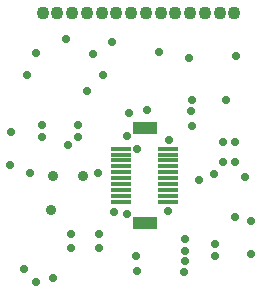
<source format=gbr>
%TF.GenerationSoftware,Altium Limited,Altium Designer,21.6.4 (81)*%
G04 Layer_Color=16711935*
%FSLAX43Y43*%
%MOMM*%
%TF.SameCoordinates,237B7D82-E972-44EC-B40D-EB97757C63C7*%
%TF.FilePolarity,Negative*%
%TF.FileFunction,Soldermask,Bot*%
%TF.Part,Single*%
G01*
G75*
%TA.AperFunction,SMDPad,CuDef*%
%ADD36R,1.700X0.400*%
%ADD37R,2.003X1.003*%
%TA.AperFunction,ComponentPad*%
%ADD38C,1.103*%
%ADD39C,0.703*%
%TA.AperFunction,ViaPad*%
%ADD40C,0.703*%
%ADD41C,0.903*%
D36*
X1975Y2225D02*
D03*
Y-2275D02*
D03*
Y-1775D02*
D03*
Y-1275D02*
D03*
Y-775D02*
D03*
Y-275D02*
D03*
Y225D02*
D03*
Y725D02*
D03*
Y1225D02*
D03*
Y1725D02*
D03*
X-2025Y-2275D02*
D03*
Y-1775D02*
D03*
Y-1275D02*
D03*
Y-775D02*
D03*
Y-275D02*
D03*
Y225D02*
D03*
Y725D02*
D03*
Y1225D02*
D03*
Y1725D02*
D03*
Y2225D02*
D03*
D37*
X-25Y-4025D02*
D03*
Y3975D02*
D03*
D38*
X-8675Y13700D02*
D03*
X-7425D02*
D03*
X-6175D02*
D03*
X-4925D02*
D03*
X-3675D02*
D03*
X-2425D02*
D03*
X-1175D02*
D03*
X75D02*
D03*
X1325D02*
D03*
X2575D02*
D03*
X3825D02*
D03*
X5075D02*
D03*
X6325D02*
D03*
X7575D02*
D03*
D39*
X-1525Y3275D02*
D03*
Y-3325D02*
D03*
D40*
X-2650Y-3100D02*
D03*
X-9700Y125D02*
D03*
X-6500Y2500D02*
D03*
X-11375Y3625D02*
D03*
X3950Y4150D02*
D03*
X-2825Y11250D02*
D03*
X-4900Y7150D02*
D03*
X-4400Y10250D02*
D03*
X-6650Y11500D02*
D03*
X-10250Y-8000D02*
D03*
X7675Y10050D02*
D03*
X8500Y-175D02*
D03*
X7600Y1100D02*
D03*
X6575D02*
D03*
X7625Y-3600D02*
D03*
X3925Y5400D02*
D03*
X-9225Y-9050D02*
D03*
X3325Y-8250D02*
D03*
X2025Y3000D02*
D03*
X-650Y2225D02*
D03*
X-3950Y125D02*
D03*
X4550Y-400D02*
D03*
X-3600Y8450D02*
D03*
X1925Y-3025D02*
D03*
X-10025Y8475D02*
D03*
X-1350Y5250D02*
D03*
X150Y5500D02*
D03*
X-9250Y10325D02*
D03*
X-5675Y4200D02*
D03*
X1175Y10400D02*
D03*
X3700Y9875D02*
D03*
X3950Y6350D02*
D03*
X6875Y6375D02*
D03*
X-675Y-8150D02*
D03*
X-7750Y-8725D02*
D03*
X-750Y-6825D02*
D03*
X3350Y-7325D02*
D03*
Y-6400D02*
D03*
Y-5450D02*
D03*
X5875Y100D02*
D03*
X-5675Y3200D02*
D03*
X-8700Y4200D02*
D03*
Y3200D02*
D03*
X-11400Y850D02*
D03*
X8950Y-6650D02*
D03*
X8950Y-3900D02*
D03*
X6575Y2750D02*
D03*
X7600D02*
D03*
X5925Y-6850D02*
D03*
Y-5825D02*
D03*
X-6250Y-5000D02*
D03*
Y-6200D02*
D03*
X-3925D02*
D03*
Y-5000D02*
D03*
D41*
X-7800Y-50D02*
D03*
X-5250Y-50D02*
D03*
X-8000Y-3000D02*
D03*
%TF.MD5,c9479f2515f17abf462e75389b742d16*%
M02*

</source>
